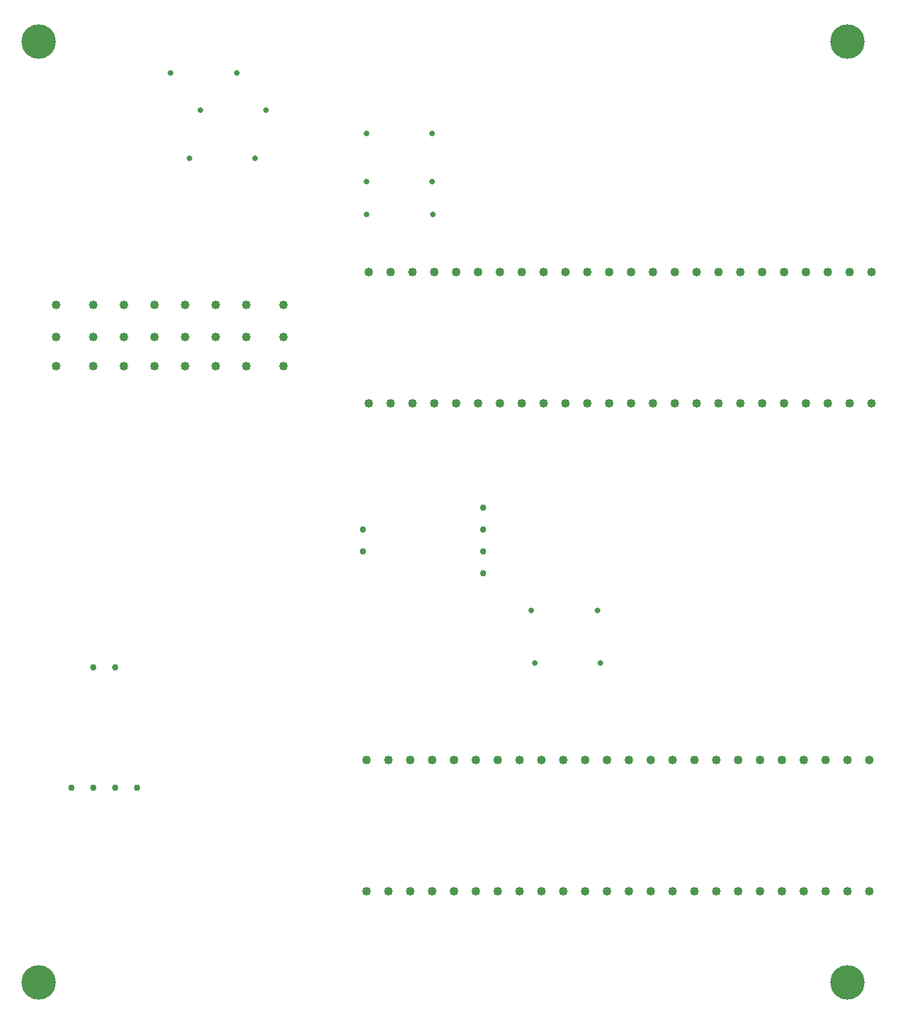
<source format=gbr>
%TF.GenerationSoftware,Altium Limited,Altium Designer,24.4.1 (13)*%
G04 Layer_Color=0*
%FSLAX45Y45*%
%MOMM*%
%TF.SameCoordinates,8A7C2A8E-E69E-4B29-94BC-9739BFB7EBFE*%
%TF.FilePolarity,Positive*%
%TF.FileFunction,Plated,1,2,PTH,Drill*%
%TF.Part,Single*%
G01*
G75*
%TA.AperFunction,ComponentDrill*%
%ADD28C,0.76200*%
%ADD29C,0.65000*%
%TA.AperFunction,OtherDrill,Pad Free-2 (71.12mm,15.24mm)*%
%ADD30C,4.00000*%
%TA.AperFunction,ComponentDrill*%
%ADD31C,1.02000*%
%TA.AperFunction,OtherDrill,Pad Free-2 (165.1mm,15.24mm)*%
%ADD32C,4.00000*%
%TA.AperFunction,OtherDrill,Pad Free-2 (71.12mm,124.46mm)*%
%ADD33C,4.00000*%
%TA.AperFunction,OtherDrill,Pad Free-2 (165.1mm,124.46mm)*%
%ADD34C,4.00000*%
%TA.AperFunction,ComponentDrill*%
%ADD35C,1.01600*%
%ADD36C,0.76200*%
D28*
X8255000Y3784600D02*
D03*
X8001000D02*
D03*
X7747000D02*
D03*
X7493000D02*
D03*
X7747000Y5181600D02*
D03*
X8001000D02*
D03*
D29*
X10919501Y11379200D02*
D03*
X11686499D02*
D03*
X11686499Y10820400D02*
D03*
X10919500D02*
D03*
X11688999Y10439400D02*
D03*
X10922000D02*
D03*
X8989101Y11645900D02*
D03*
X9756100D02*
D03*
X13604199Y5842000D02*
D03*
X12837201D02*
D03*
X12875301Y5232400D02*
D03*
X13642299D02*
D03*
X9629100Y11087100D02*
D03*
X8862101D02*
D03*
X8646201Y12077700D02*
D03*
X9413199D02*
D03*
D30*
X7112000Y1524000D02*
D03*
D31*
X11201400Y8242300D02*
D03*
X11455400D02*
D03*
X11709400D02*
D03*
X11963400D02*
D03*
X12217400D02*
D03*
X12471400D02*
D03*
X12725400D02*
D03*
X12979401D02*
D03*
X13233400D02*
D03*
X13487399D02*
D03*
X13741400D02*
D03*
X13995399D02*
D03*
X14249400D02*
D03*
X14503400D02*
D03*
X16789400Y9766300D02*
D03*
X16535400D02*
D03*
X16281400D02*
D03*
X16027400D02*
D03*
X15773399D02*
D03*
X15519400D02*
D03*
X15265401D02*
D03*
X15011400D02*
D03*
X14757401D02*
D03*
X10947400D02*
D03*
X11201400D02*
D03*
X11455400D02*
D03*
X14503400D02*
D03*
X14249400D02*
D03*
X13995399D02*
D03*
X13741400D02*
D03*
X13487399D02*
D03*
X13233400D02*
D03*
X12979401D02*
D03*
X12725400D02*
D03*
X12471400D02*
D03*
X12217400D02*
D03*
X11963400D02*
D03*
X11709400D02*
D03*
X10947400Y8242300D02*
D03*
X14757401D02*
D03*
X15011400D02*
D03*
X15265401D02*
D03*
X15519400D02*
D03*
X15773399D02*
D03*
X16027400D02*
D03*
X16281400D02*
D03*
X16535400D02*
D03*
X16789400D02*
D03*
X11176000Y2578100D02*
D03*
X11430000D02*
D03*
X11684000D02*
D03*
X11938000D02*
D03*
X12192000D02*
D03*
X12446000D02*
D03*
X12700000D02*
D03*
X12953999D02*
D03*
X13208000D02*
D03*
X13462000D02*
D03*
X13716000D02*
D03*
X13970000D02*
D03*
X14224001D02*
D03*
X14478000D02*
D03*
X16764000Y4102100D02*
D03*
X16510001D02*
D03*
X16256000D02*
D03*
X16002000D02*
D03*
X15748000D02*
D03*
X15494000D02*
D03*
X15239999D02*
D03*
X14986000D02*
D03*
X14732001D02*
D03*
X10922000D02*
D03*
X11176000D02*
D03*
X11430000D02*
D03*
X14478000D02*
D03*
X14224001D02*
D03*
X13970000D02*
D03*
X13716000D02*
D03*
X16764000Y2578100D02*
D03*
X16510001D02*
D03*
X16256000D02*
D03*
X16002000D02*
D03*
X10922000D02*
D03*
X15239999D02*
D03*
X12192000Y4102100D02*
D03*
X14732001Y2578100D02*
D03*
X12700000Y4102100D02*
D03*
X11938000D02*
D03*
X15494000Y2578100D02*
D03*
X13462000Y4102100D02*
D03*
X12446000D02*
D03*
X14986000Y2578100D02*
D03*
X13208000Y4102100D02*
D03*
X12953999D02*
D03*
X11684000D02*
D03*
X15748000Y2578100D02*
D03*
D32*
X16510001Y1524000D02*
D03*
D33*
X7112000Y12446000D02*
D03*
D34*
X16510001D02*
D03*
D35*
X8458200Y8674100D02*
D03*
X8102600D02*
D03*
X7747000D02*
D03*
X9956800Y9017000D02*
D03*
X9525000D02*
D03*
X9169400D02*
D03*
X8813800D02*
D03*
X7315200Y8674100D02*
D03*
Y9385300D02*
D03*
X7747000D02*
D03*
X8102600D02*
D03*
X8458200D02*
D03*
X9956800Y8674100D02*
D03*
X9525000D02*
D03*
X8458200Y9017000D02*
D03*
X8102600D02*
D03*
X7747000D02*
D03*
X8813800Y9385300D02*
D03*
X9169400D02*
D03*
X9525000D02*
D03*
X9956800D02*
D03*
X7315200Y9017000D02*
D03*
X8813800Y8674100D02*
D03*
X9169400D02*
D03*
D36*
X10883900Y6781800D02*
D03*
Y6527800D02*
D03*
X12280900Y6273800D02*
D03*
Y6527800D02*
D03*
Y6781800D02*
D03*
Y7035800D02*
D03*
%TF.MD5,0bfb75e3832156bcb4f3e69a51469cb3*%
M02*

</source>
